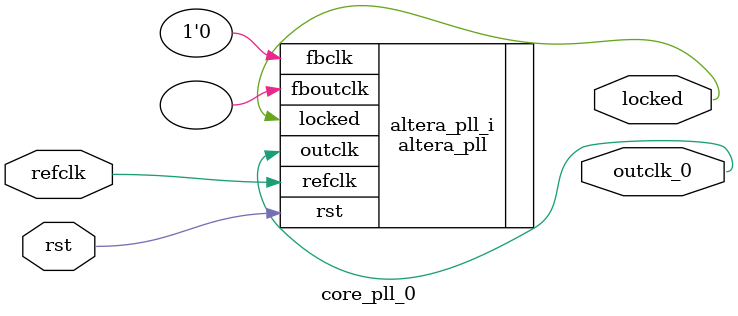
<source format=v>
`timescale 1ns/10ps
module  core_pll_0(

	// interface 'refclk'
	input wire refclk,

	// interface 'reset'
	input wire rst,

	// interface 'outclk0'
	output wire outclk_0,

	// interface 'locked'
	output wire locked
);

	altera_pll #(
		.fractional_vco_multiplier("false"),
		.reference_clock_frequency("50.0 MHz"),
		.operation_mode("direct"),
		.number_of_clocks(1),
		.output_clock_frequency0("100.000000 MHz"),
		.phase_shift0("0 ps"),
		.duty_cycle0(50),
		.output_clock_frequency1("0 MHz"),
		.phase_shift1("0 ps"),
		.duty_cycle1(50),
		.output_clock_frequency2("0 MHz"),
		.phase_shift2("0 ps"),
		.duty_cycle2(50),
		.output_clock_frequency3("0 MHz"),
		.phase_shift3("0 ps"),
		.duty_cycle3(50),
		.output_clock_frequency4("0 MHz"),
		.phase_shift4("0 ps"),
		.duty_cycle4(50),
		.output_clock_frequency5("0 MHz"),
		.phase_shift5("0 ps"),
		.duty_cycle5(50),
		.output_clock_frequency6("0 MHz"),
		.phase_shift6("0 ps"),
		.duty_cycle6(50),
		.output_clock_frequency7("0 MHz"),
		.phase_shift7("0 ps"),
		.duty_cycle7(50),
		.output_clock_frequency8("0 MHz"),
		.phase_shift8("0 ps"),
		.duty_cycle8(50),
		.output_clock_frequency9("0 MHz"),
		.phase_shift9("0 ps"),
		.duty_cycle9(50),
		.output_clock_frequency10("0 MHz"),
		.phase_shift10("0 ps"),
		.duty_cycle10(50),
		.output_clock_frequency11("0 MHz"),
		.phase_shift11("0 ps"),
		.duty_cycle11(50),
		.output_clock_frequency12("0 MHz"),
		.phase_shift12("0 ps"),
		.duty_cycle12(50),
		.output_clock_frequency13("0 MHz"),
		.phase_shift13("0 ps"),
		.duty_cycle13(50),
		.output_clock_frequency14("0 MHz"),
		.phase_shift14("0 ps"),
		.duty_cycle14(50),
		.output_clock_frequency15("0 MHz"),
		.phase_shift15("0 ps"),
		.duty_cycle15(50),
		.output_clock_frequency16("0 MHz"),
		.phase_shift16("0 ps"),
		.duty_cycle16(50),
		.output_clock_frequency17("0 MHz"),
		.phase_shift17("0 ps"),
		.duty_cycle17(50),
		.pll_type("General"),
		.pll_subtype("General")
	) altera_pll_i (
		.rst	(rst),
		.outclk	({outclk_0}),
		.locked	(locked),
		.fboutclk	( ),
		.fbclk	(1'b0),
		.refclk	(refclk)
	);
endmodule


</source>
